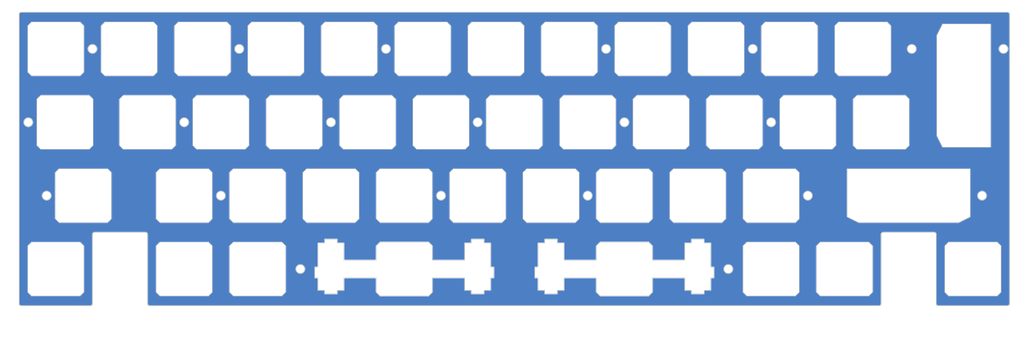
<source format=kicad_pcb>
(kicad_pcb (version 20221018) (generator pcbnew)
  (layers (0 "F.Cu" signal) (31 "B.Cu" signal) (34 "B.Paste" user) (35 "F.Paste" user) (36 "B.SilkS" user "B.Silkscreen") (37 "F.SilkS" user "F.Silkscreen") (38 "B.Mask" user) (39 "F.Mask" user) (44 "Edge.Cuts" user))
  (net 0 "")
  (net 1 "GND")
  (footprint "cipulot_parts:ecs_plate_cut_1U" (layer "F.Cu") (at 26.9875 91.28125)
    (fp_text reference "REF**")
    (fp_text value "Value " hide)
    (fp_line (start -7.3 -6) (end -7.3 6) (stroke (width 0.12)) (layer "Edge.Cuts"))
    (fp_line (start -7.3 6) (end -6.3 7) (stroke (width 0.12)) (layer "Edge.Cuts"))
    (fp_line (start -6.3 -7) (end -7.3 -6) (stroke (width 0.12)) (layer "Edge.Cuts"))
    (fp_line (start -6.3 7) (end 6.3 7) (stroke (width 0.12)) (layer "Edge.Cuts"))
    (fp_line (start 6.3 -7) (end -6.3 -7) (stroke (width 0.12)) (layer "Edge.Cuts"))
    (fp_line (start 6.3 -7) (end 7.3 -6) (stroke (width 0.12)) (layer "Edge.Cuts"))
    (fp_line (start 6.3 7) (end 7.3 6) (stroke (width 0.12)) (layer "Edge.Cuts"))
    (fp_line (start 7.3 6) (end 7.3 -6) (stroke (width 0.12)) (layer "Edge.Cuts"))
  )
  (footprint "cipulot_parts:ecs_plate_cut_1U" (layer "F.Cu") (at 136.525 72.23125)
    (fp_text reference "REF**")
    (fp_text value "Value " hide)
    (fp_line (start -7.3 -6) (end -7.3 6) (stroke (width 0.12)) (layer "Edge.Cuts"))
    (fp_line (start -7.3 6) (end -6.3 7) (stroke (width 0.12)) (layer "Edge.Cuts"))
    (fp_line (start -6.3 -7) (end -7.3 -6) (stroke (width 0.12)) (layer "Edge.Cuts"))
    (fp_line (start -6.3 7) (end 6.3 7) (stroke (width 0.12)) (layer "Edge.Cuts"))
    (fp_line (start 6.3 -7) (end -6.3 -7) (stroke (width 0.12)) (layer "Edge.Cuts"))
    (fp_line (start 6.3 -7) (end 7.3 -6) (stroke (width 0.12)) (layer "Edge.Cuts"))
    (fp_line (start 6.3 7) (end 7.3 6) (stroke (width 0.12)) (layer "Edge.Cuts"))
    (fp_line (start 7.3 6) (end 7.3 -6) (stroke (width 0.12)) (layer "Edge.Cuts"))
  )
  (footprint "cipulot_parts:ecs_plate_cut_1U" (layer "F.Cu") (at 146.05 53.18125)
    (fp_text reference "REF**")
    (fp_text value "Value " hide)
    (fp_line (start -7.3 -6) (end -7.3 6) (stroke (width 0.12)) (layer "Edge.Cuts"))
    (fp_line (start -7.3 6) (end -6.3 7) (stroke (width 0.12)) (layer "Edge.Cuts"))
    (fp_line (start -6.3 -7) (end -7.3 -6) (stroke (width 0.12)) (layer "Edge.Cuts"))
    (fp_line (start -6.3 7) (end 6.3 7) (stroke (width 0.12)) (layer "Edge.Cuts"))
    (fp_line (start 6.3 -7) (end -6.3 -7) (stroke (width 0.12)) (layer "Edge.Cuts"))
    (fp_line (start 6.3 -7) (end 7.3 -6) (stroke (width 0.12)) (layer "Edge.Cuts"))
    (fp_line (start 6.3 7) (end 7.3 6) (stroke (width 0.12)) (layer "Edge.Cuts"))
    (fp_line (start 7.3 6) (end 7.3 -6) (stroke (width 0.12)) (layer "Edge.Cuts"))
  )
  (footprint "cipulot_parts:ecs_plate_cut_1U" (layer "F.Cu") (at 46.0375 34.13125)
    (fp_text reference "REF**")
    (fp_text value "Value " hide)
    (fp_line (start -7.3 -6) (end -7.3 6) (stroke (width 0.12)) (layer "Edge.Cuts"))
    (fp_line (start -7.3 6) (end -6.3 7) (stroke (width 0.12)) (layer "Edge.Cuts"))
    (fp_line (start -6.3 -7) (end -7.3 -6) (stroke (width 0.12)) (layer "Edge.Cuts"))
    (fp_line (start -6.3 7) (end 6.3 7) (stroke (width 0.12)) (layer "Edge.Cuts"))
    (fp_line (start 6.3 -7) (end -6.3 -7) (stroke (width 0.12)) (layer "Edge.Cuts"))
    (fp_line (start 6.3 -7) (end 7.3 -6) (stroke (width 0.12)) (layer "Edge.Cuts"))
    (fp_line (start 6.3 7) (end 7.3 6) (stroke (width 0.12)) (layer "Edge.Cuts"))
    (fp_line (start 7.3 6) (end 7.3 -6) (stroke (width 0.12)) (layer "Edge.Cuts"))
  )
  (footprint "cipulot_parts:ecs_plate_cut_1U" (layer "F.Cu") (at 231.775 91.28125)
    (fp_text reference "REF**")
    (fp_text value "Value " hide)
    (fp_line (start -7.3 -6) (end -7.3 6) (stroke (width 0.12)) (layer "Edge.Cuts"))
    (fp_line (start -7.3 6) (end -6.3 7) (stroke (width 0.12)) (layer "Edge.Cuts"))
    (fp_line (start -6.3 -7) (end -7.3 -6) (stroke (width 0.12)) (layer "Edge.Cuts"))
    (fp_line (start -6.3 7) (end 6.3 7) (stroke (width 0.12)) (layer "Edge.Cuts"))
    (fp_line (start 6.3 -7) (end -6.3 -7) (stroke (width 0.12)) (layer "Edge.Cuts"))
    (fp_line (start 6.3 -7) (end 7.3 -6) (stroke (width 0.12)) (layer "Edge.Cuts"))
    (fp_line (start 6.3 7) (end 7.3 6) (stroke (width 0.12)) (layer "Edge.Cuts"))
    (fp_line (start 7.3 6) (end 7.3 -6) (stroke (width 0.12)) (layer "Edge.Cuts"))
  )
  (footprint "cipulot_parts:ecs_plate_cut_1U" (layer "F.Cu") (at 79.375 72.23125)
    (fp_text reference "REF**")
    (fp_text value "Value " hide)
    (fp_line (start -7.3 -6) (end -7.3 6) (stroke (width 0.12)) (layer "Edge.Cuts"))
    (fp_line (start -7.3 6) (end -6.3 7) (stroke (width 0.12)) (layer "Edge.Cuts"))
    (fp_line (start -6.3 -7) (end -7.3 -6) (stroke (width 0.12)) (layer "Edge.Cuts"))
    (fp_line (start -6.3 7) (end 6.3 7) (stroke (width 0.12)) (layer "Edge.Cuts"))
    (fp_line (start 6.3 -7) (end -6.3 -7) (stroke (width 0.12)) (layer "Edge.Cuts"))
    (fp_line (start 6.3 -7) (end 7.3 -6) (stroke (width 0.12)) (layer "Edge.Cuts"))
    (fp_line (start 6.3 7) (end 7.3 6) (stroke (width 0.12)) (layer "Edge.Cuts"))
    (fp_line (start 7.3 6) (end 7.3 -6) (stroke (width 0.12)) (layer "Edge.Cuts"))
  )
  (footprint "cipulot_parts:ecs_plate_cut_1U" (layer "F.Cu") (at 88.9 53.18125)
    (fp_text reference "REF**")
    (fp_text value "Value " hide)
    (fp_line (start -7.3 -6) (end -7.3 6) (stroke (width 0.12)) (layer "Edge.Cuts"))
    (fp_line (start -7.3 6) (end -6.3 7) (stroke (width 0.12)) (layer "Edge.Cuts"))
    (fp_line (start -6.3 -7) (end -7.3 -6) (stroke (width 0.12)) (layer "Edge.Cuts"))
    (fp_line (start -6.3 7) (end 6.3 7) (stroke (width 0.12)) (layer "Edge.Cuts"))
    (fp_line (start 6.3 -7) (end -6.3 -7) (stroke (width 0.12)) (layer "Edge.Cuts"))
    (fp_line (start 6.3 -7) (end 7.3 -6) (stroke (width 0.12)) (layer "Edge.Cuts"))
    (fp_line (start 6.3 7) (end 7.3 6) (stroke (width 0.12)) (layer "Edge.Cuts"))
    (fp_line (start 7.3 6) (end 7.3 -6) (stroke (width 0.12)) (layer "Edge.Cuts"))
  )
  (footprint "cipulot_parts:ecs_plate_cut_1U" (layer "F.Cu") (at 127 53.18125)
    (fp_text reference "REF**")
    (fp_text value "Value " hide)
    (fp_line (start -7.3 -6) (end -7.3 6) (stroke (width 0.12)) (layer "Edge.Cuts"))
    (fp_line (start -7.3 6) (end -6.3 7) (stroke (width 0.12)) (layer "Edge.Cuts"))
    (fp_line (start -6.3 -7) (end -7.3 -6) (stroke (width 0.12)) (layer "Edge.Cuts"))
    (fp_line (start -6.3 7) (end 6.3 7) (stroke (width 0.12)) (layer "Edge.Cuts"))
    (fp_line (start 6.3 -7) (end -6.3 -7) (stroke (width 0.12)) (layer "Edge.Cuts"))
    (fp_line (start 6.3 -7) (end 7.3 -6) (stroke (width 0.12)) (layer "Edge.Cuts"))
    (fp_line (start 6.3 7) (end 7.3 6) (stroke (width 0.12)) (layer "Edge.Cuts"))
    (fp_line (start 7.3 6) (end 7.3 -6) (stroke (width 0.12)) (layer "Edge.Cuts"))
  )
  (footprint "cipulot_parts:ecs_plate_cut_1U" (layer "F.Cu") (at 198.4375 34.13125)
    (fp_text reference "REF**")
    (fp_text value "Value " hide)
    (fp_line (start -7.3 -6) (end -7.3 6) (stroke (width 0.12)) (layer "Edge.Cuts"))
    (fp_line (start -7.3 6) (end -6.3 7) (stroke (width 0.12)) (layer "Edge.Cuts"))
    (fp_line (start -6.3 -7) (end -7.3 -6) (stroke (width 0.12)) (layer "Edge.Cuts"))
    (fp_line (start -6.3 7) (end 6.3 7) (stroke (width 0.12)) (layer "Edge.Cuts"))
    (fp_line (start 6.3 -7) (end -6.3 -7) (stroke (width 0.12)) (layer "Edge.Cuts"))
    (fp_line (start 6.3 -7) (end 7.3 -6) (stroke (width 0.12)) (layer "Edge.Cuts"))
    (fp_line (start 6.3 7) (end 7.3 6) (stroke (width 0.12)) (layer "Edge.Cuts"))
    (fp_line (start 7.3 6) (end 7.3 -6) (stroke (width 0.12)) (layer "Edge.Cuts"))
  )
  (footprint "cipulot_parts:ecs_plate_cut_1U" (layer "F.Cu") (at 203.2 53.18125)
    (fp_text reference "REF**")
    (fp_text value "Value " hide)
    (fp_line (start -7.3 -6) (end -7.3 6) (stroke (width 0.12)) (layer "Edge.Cuts"))
    (fp_line (start -7.3 6) (end -6.3 7) (stroke (width 0.12)) (layer "Edge.Cuts"))
    (fp_line (start -6.3 -7) (end -7.3 -6) (stroke (width 0.12)) (layer "Edge.Cuts"))
    (fp_line (start -6.3 7) (end 6.3 7) (stroke (width 0.12)) (layer "Edge.Cuts"))
    (fp_line (start 6.3 -7) (end -6.3 -7) (stroke (width 0.12)) (layer "Edge.Cuts"))
    (fp_line (start 6.3 -7) (end 7.3 -6) (stroke (width 0.12)) (layer "Edge.Cuts"))
    (fp_line (start 6.3 7) (end 7.3 6) (stroke (width 0.12)) (layer "Edge.Cuts"))
    (fp_line (start 7.3 6) (end 7.3 -6) (stroke (width 0.12)) (layer "Edge.Cuts"))
  )
  (footprint "cipulot_parts:ecs_plate_cut_1U" (layer "F.Cu") (at 165.1 53.18125)
    (fp_text reference "REF**")
    (fp_text value "Value " hide)
    (fp_line (start -7.3 -6) (end -7.3 6) (stroke (width 0.12)) (layer "Edge.Cuts"))
    (fp_line (start -7.3 6) (end -6.3 7) (stroke (width 0.12)) (layer "Edge.Cuts"))
    (fp_line (start -6.3 -7) (end -7.3 -6) (stroke (width 0.12)) (layer "Edge.Cuts"))
    (fp_line (start -6.3 7) (end 6.3 7) (stroke (width 0.12)) (layer "Edge.Cuts"))
    (fp_line (start 6.3 -7) (end -6.3 -7) (stroke (width 0.12)) (layer "Edge.Cuts"))
    (fp_line (start 6.3 -7) (end 7.3 -6) (stroke (width 0.12)) (layer "Edge.Cuts"))
    (fp_line (start 6.3 7) (end 7.3 6) (stroke (width 0.12)) (layer "Edge.Cuts"))
    (fp_line (start 7.3 6) (end 7.3 -6) (stroke (width 0.12)) (layer "Edge.Cuts"))
  )
  (footprint "cipulot_parts:ecs_plate_cut_1U" (layer "F.Cu") (at 217.4875 34.13125)
    (fp_text reference "REF**")
    (fp_text value "Value " hide)
    (fp_line (start -7.3 -6) (end -7.3 6) (stroke (width 0.12)) (layer "Edge.Cuts"))
    (fp_line (start -7.3 6) (end -6.3 7) (stroke (width 0.12)) (layer "Edge.Cuts"))
    (fp_line (start -6.3 -7) (end -7.3 -6) (stroke (width 0.12)) (layer "Edge.Cuts"))
    (fp_line (start -6.3 7) (end 6.3 7) (stroke (width 0.12)) (layer "Edge.Cuts"))
    (fp_line (start 6.3 -7) (end -6.3 -7) (stroke (width 0.12)) (layer "Edge.Cuts"))
    (fp_line (start 6.3 -7) (end 7.3 -6) (stroke (width 0.12)) (layer "Edge.Cuts"))
    (fp_line (start 6.3 7) (end 7.3 6) (stroke (width 0.12)) (layer "Edge.Cuts"))
    (fp_line (start 7.3 6) (end 7.3 -6) (stroke (width 0.12)) (layer "Edge.Cuts"))
  )
  (footprint "cipulot_parts:ecs_plate_cut_1U" (layer "F.Cu") (at 117.475 72.23125)
    (fp_text reference "REF**")
    (fp_text value "Value " hide)
    (fp_line (start -7.3 -6) (end -7.3 6) (stroke (width 0.12)) (layer "Edge.Cuts"))
    (fp_line (start -7.3 6) (end -6.3 7) (stroke (width 0.12)) (layer "Edge.Cuts"))
    (fp_line (start -6.3 -7) (end -7.3 -6) (stroke (width 0.12)) (layer "Edge.Cuts"))
    (fp_line (start -6.3 7) (end 6.3 7) (stroke (width 0.12)) (layer "Edge.Cuts"))
    (fp_line (start 6.3 -7) (end -6.3 -7) (stroke (width 0.12)) (layer "Edge.Cuts"))
    (fp_line (start 6.3 -7) (end 7.3 -6) (stroke (width 0.12)) (layer "Edge.Cuts"))
    (fp_line (start 6.3 7) (end 7.3 6) (stroke (width 0.12)) (layer "Edge.Cuts"))
    (fp_line (start 7.3 6) (end 7.3 -6) (stroke (width 0.12)) (layer "Edge.Cuts"))
  )
  (footprint "cipulot_parts:ecs_plate_cut_1U" (layer "F.Cu") (at 84.137501 34.13125)
    (fp_text reference "REF**")
    (fp_text value "Value " hide)
    (fp_line (start -7.3 -6) (end -7.3 6) (stroke (width 0.12)) (layer "Edge.Cuts"))
    (fp_line (start -7.3 6) (end -6.3 7) (stroke (width 0.12)) (layer "Edge.Cuts"))
    (fp_line (start -6.3 -7) (end -7.3 -6) (stroke (width 0.12)) (layer "Edge.Cuts"))
    (fp_line (start -6.3 7) (end 6.3 7) (stroke (width 0.12)) (layer "Edge.Cuts"))
    (fp_line (start 6.3 -7) (end -6.3 -7) (stroke (width 0.12)) (layer "Edge.Cuts"))
    (fp_line (start 6.3 -7) (end 7.3 -6) (stroke (width 0.12)) (layer "Edge.Cuts"))
    (fp_line (start 6.3 7) (end 7.3 6) (stroke (width 0.12)) (layer "Edge.Cuts"))
    (fp_line (start 7.3 6) (end 7.3 -6) (stroke (width 0.12)) (layer "Edge.Cuts"))
  )
  (footprint "cipulot_parts:ecs_plate_cut_1U" (layer "F.Cu") (at 34.13125 72.23125)
    (fp_text reference "REF**")
    (fp_text value "Value " hide)
    (fp_line (start -7.3 -6) (end -7.3 6) (stroke (width 0.12)) (layer "Edge.Cuts"))
    (fp_line (start -7.3 6) (end -6.3 7) (stroke (width 0.12)) (layer "Edge.Cuts"))
    (fp_line (start -6.3 -7) (end -7.3 -6) (stroke (width 0.12)) (layer "Edge.Cuts"))
    (fp_line (start -6.3 7) (end 6.3 7) (stroke (width 0.12)) (layer "Edge.Cuts"))
    (fp_line (start 6.3 -7) (end -6.3 -7) (stroke (width 0.12)) (layer "Edge.Cuts"))
    (fp_line (start 6.3 -7) (end 7.3 -6) (stroke (width 0.12)) (layer "Edge.Cuts"))
    (fp_line (start 6.3 7) (end 7.3 6) (stroke (width 0.12)) (layer "Edge.Cuts"))
    (fp_line (start 7.3 6) (end 7.3 -6) (stroke (width 0.12)) (layer "Edge.Cuts"))
  )
  (footprint "cipulot_parts:ecs_plate_cut_1U" (layer "F.Cu") (at 155.575 72.23125)
    (fp_text reference "REF**")
    (fp_text value "Value " hide)
    (fp_line (start -7.3 -6) (end -7.3 6) (stroke (width 0.12)) (layer "Edge.Cuts"))
    (fp_line (start -7.3 6) (end -6.3 7) (stroke (width 0.12)) (layer "Edge.Cuts"))
    (fp_line (start -6.3 -7) (end -7.3 -6) (stroke (width 0.12)) (layer "Edge.Cuts"))
    (fp_line (start -6.3 7) (end 6.3 7) (stroke (width 0.12)) (layer "Edge.Cuts"))
    (fp_line (start 6.3 -7) (end -6.3 -7) (stroke (width 0.12)) (layer "Edge.Cuts"))
    (fp_line (start 6.3 -7) (end 7.3 -6) (stroke (width 0.12)) (layer "Edge.Cuts"))
    (fp_line (start 6.3 7) (end 7.3 6) (stroke (width 0.12)) (layer "Edge.Cuts"))
    (fp_line (start 7.3 6) (end 7.3 -6) (stroke (width 0.12)) (layer "Edge.Cuts"))
  )
  (footprint "cipulot_parts:ecs_plate_cut_1U" (layer "F.Cu") (at 60.325 72.23125)
    (fp_text reference "REF**")
    (fp_text value "Value " hide)
    (fp_line (start -7.3 -6) (end -7.3 6) (stroke (width 0.12)) (layer "Edge.Cuts"))
    (fp_line (start -7.3 6) (end -6.3 7) (stroke (width 0.12)) (layer "Edge.Cuts"))
    (fp_line (start -6.3 -7) (end -7.3 -6) (stroke (width 0.12)) (layer "Edge.Cuts"))
    (fp_line (start -6.3 7) (end 6.3 7) (stroke (width 0.12)) (layer "Edge.Cuts"))
    (fp_line (start 6.3 -7) (end -6.3 -7) (stroke (width 0.12)) (layer "Edge.Cuts"))
    (fp_line (start 6.3 -7) (end 7.3 -6) (stroke (width 0.12)) (layer "Edge.Cuts"))
    (fp_line (start 6.3 7) (end 7.3 6) (stroke (width 0.12)) (layer "Edge.Cuts"))
    (fp_line (start 7.3 6) (end 7.3 -6) (stroke (width 0.12)) (layer "Edge.Cuts"))
  )
  (footprint "cipulot_parts:ecs_plate_cut_1U" (layer "F.Cu") (at 50.8 53.18125)
    (fp_text reference "REF**")
    (fp_text value "Value " hide)
    (fp_line (start -7.3 -6) (end -7.3 6) (stroke (width 0.12)) (layer "Edge.Cuts"))
    (fp_line (start -7.3 6) (end -6.3 7) (stroke (width 0.12)) (layer "Edge.Cuts"))
    (fp_line (start -6.3 -7) (end -7.3 -6) (stroke (width 0.12)) (layer "Edge.Cuts"))
    (fp_line (start -6.3 7) (end 6.3 7) (stroke (width 0.12)) (layer "Edge.Cuts"))
    (fp_line (start 6.3 -7) (end -6.3 -7) (stroke (width 0.12)) (layer "Edge.Cuts"))
    (fp_line (start 6.3 -7) (end 7.3 -6) (stroke (width 0.12)) (layer "Edge.Cuts"))
    (fp_line (start 6.3 7) (end 7.3 6) (stroke (width 0.12)) (layer "Edge.Cuts"))
    (fp_line (start 7.3 6) (end 7.3 -6) (stroke (width 0.12)) (layer "Edge.Cuts"))
  )
  (footprint "cipulot_parts:ecs_plate_cut_1U" (layer "F.Cu") (at 107.95 53.18125)
    (fp_text reference "REF**")
    (fp_text value "Value " hide)
    (fp_line (start -7.3 -6) (end -7.3 6) (stroke (width 0.12)) (layer "Edge.Cuts"))
    (fp_line (start -7.3 6) (end -6.3 7) (stroke (width 0.12)) (layer "Edge.Cuts"))
    (fp_line (start -6.3 -7) (end -7.3 -6) (stroke (width 0.12)) (layer "Edge.Cuts"))
    (fp_line (start -6.3 7) (end 6.3 7) (stroke (width 0.12)) (layer "Edge.Cuts"))
    (fp_line (start 6.3 -7) (end -6.3 -7) (stroke (width 0.12)) (layer "Edge.Cuts"))
    (fp_line (start 6.3 -7) (end 7.3 -6) (stroke (width 0.12)) (layer "Edge.Cuts"))
    (fp_line (start 6.3 7) (end 7.3 6) (stroke (width 0.12)) (layer "Edge.Cuts"))
    (fp_line (start 7.3 6) (end 7.3 -6) (stroke (width 0.12)) (layer "Edge.Cuts"))
  )
  (footprint "cipulot_parts:ecs_plate_cut_1U" (layer "F.Cu") (at 65.0875 34.13125)
    (fp_text reference "REF**")
    (fp_text value "Value " hide)
    (fp_line (start -7.3 -6) (end -7.3 6) (stroke (width 0.12)) (layer "Edge.Cuts"))
    (fp_line (start -7.3 6) (end -6.3 7) (stroke (width 0.12)) (layer "Edge.Cuts"))
    (fp_line (start -6.3 -7) (end -7.3 -6) (stroke (width 0.12)) (layer "Edge.Cuts"))
    (fp_line (start -6.3 7) (end 6.3 7) (stroke (width 0.12)) (layer "Edge.Cuts"))
    (fp_line (start 6.3 -7) (end -6.3 -7) (stroke (width 0.12)) (layer "Edge.Cuts"))
    (fp_line (start 6.3 -7) (end 7.3 -6) (stroke (width 0.12)) (layer "Edge.Cuts"))
    (fp_line (start 6.3 7) (end 7.3 6) (stroke (width 0.12)) (layer "Edge.Cuts"))
    (fp_line (start 7.3 6) (end 7.3 -6) (stroke (width 0.12)) (layer "Edge.Cuts"))
  )
  (footprint "cipulot_parts:ecs_plate_cut_1U" (layer "F.Cu") (at 141.2875 34.13125)
    (fp_text reference "REF**")
    (fp_text value "Value " hide)
    (fp_line (start -7.3 -6) (end -7.3 6) (stroke (width 0.12)) (layer "Edge.Cuts"))
    (fp_line (start -7.3 6) (end -6.3 7) (stroke (width 0.12)) (layer "Edge.Cuts"))
    (fp_line (start -6.3 -7) (end -7.3 -6) (stroke (width 0.12)) (layer "Edge.Cuts"))
    (fp_line (start -6.3 7) (end 6.3 7) (stroke (width 0.12)) (layer "Edge.Cuts"))
    (fp_line (start 6.3 -7) (end -6.3 -7) (stroke (width 0.12)) (layer "Edge.Cuts"))
    (fp_line (start 6.3 -7) (end 7.3 -6) (stroke (width 0.12)) (layer "Edge.Cuts"))
    (fp_line (start 6.3 7) (end 7.3 6) (stroke (width 0.12)) (layer "Edge.Cuts"))
    (fp_line (start 7.3 6) (end 7.3 -6) (stroke (width 0.12)) (layer "Edge.Cuts"))
  )
  (footprint "cipulot_parts:ecs_plate_cut_1U" (layer "F.Cu") (at 29.36875 53.18125)
    (fp_text reference "REF**")
    (fp_text value "Value " hide)
    (fp_line (start -7.3 -6) (end -7.3 6) (stroke (width 0.12)) (layer "Edge.Cuts"))
    (fp_line (start -7.3 6) (end -6.3 7) (stroke (width 0.12)) (layer "Edge.Cuts"))
    (fp_line (start -6.3 -7) (end -7.3 -6) (stroke (width 0.12)) (layer "Edge.Cuts"))
    (fp_line (start -6.3 7) (end 6.3 7) (stroke (width 0.12)) (layer "Edge.Cuts"))
    (fp_line (start 6.3 -7) (end -6.3 -7) (stroke (width 0.12)) (layer "Edge.Cuts"))
    (fp_line (start 6.3 -7) (end 7.3 -6) (stroke (width 0.12)) (layer "Edge.Cuts"))
    (fp_line (start 6.3 7) (end 7.3 6) (stroke (width 0.12)) (layer "Edge.Cuts"))
    (fp_line (start 7.3 6) (end 7.3 -6) (stroke (width 0.12)) (layer "Edge.Cuts"))
  )
  (footprint "cipulot_parts:ecs_plate_cut_1U" (layer "F.Cu") (at 160.3375 34.13125)
    (fp_text reference "REF**")
    (fp_text value "Value " hide)
    (fp_line (start -7.3 -6) (end -7.3 6) (stroke (width 0.12)) (layer "Edge.Cuts"))
    (fp_line (start -7.3 6) (end -6.3 7) (stroke (width 0.12)) (layer "Edge.Cuts"))
    (fp_line (start -6.3 -7) (end -7.3 -6) (stroke (width 0.12)) (layer "Edge.Cuts"))
    (fp_line (start -6.3 7) (end 6.3 7) (stroke (width 0.12)) (layer "Edge.Cuts"))
    (fp_line (start 6.3 -7) (end -6.3 -7) (stroke (width 0.12)) (layer "Edge.Cuts"))
    (fp_line (start 6.3 -7) (end 7.3 -6) (stroke (width 0.12)) (layer "Edge.Cuts"))
    (fp_line (start 6.3 7) (end 7.3 6) (stroke (width 0.12)) (layer "Edge.Cuts"))
    (fp_line (start 7.3 6) (end 7.3 -6) (stroke (width 0.12)) (layer "Edge.Cuts"))
  )
  (footprint "cipulot_parts:ecs_plate_cut_1U" (layer "F.Cu") (at 79.375 91.28125)
    (fp_text reference "REF**")
    (fp_text value "Value " hide)
    (fp_line (start -7.3 -6) (end -7.3 6) (stroke (width 0.12)) (layer "Edge.Cuts"))
    (fp_line (start -7.3 6) (end -6.3 7) (stroke (width 0.12)) (layer "Edge.Cuts"))
    (fp_line (start -6.3 -7) (end -7.3 -6) (stroke (width 0.12)) (layer "Edge.Cuts"))
    (fp_line (start -6.3 7) (end 6.3 7) (stroke (width 0.12)) (layer "Edge.Cuts"))
    (fp_line (start 6.3 -7) (end -6.3 -7) (stroke (width 0.12)) (layer "Edge.Cuts"))
    (fp_line (start 6.3 -7) (end 7.3 -6) (stroke (width 0.12)) (layer "Edge.Cuts"))
    (fp_line (start 6.3 7) (end 7.3 6) (stroke (width 0.12)) (layer "Edge.Cuts"))
    (fp_line (start 7.3 6) (end 7.3 -6) (stroke (width 0.12)) (layer "Edge.Cuts"))
  )
  (footprint "cipulot_parts:ecs_plate_cut_1U" (layer "F.Cu") (at 122.2375 34.13125)
    (fp_text reference "REF**")
    (fp_text value "Value " hide)
    (fp_line (start -7.3 -6) (end -7.3 6) (stroke (width 0.12)) (layer "Edge.Cuts"))
    (fp_line (start -7.3 6) (end -6.3 7) (stroke (width 0.12)) (layer "Edge.Cuts"))
    (fp_line (start -6.3 -7) (end -7.3 -6) (stroke (width 0.12)) (layer "Edge.Cuts"))
    (fp_line (start -6.3 7) (end 6.3 7) (stroke (width 0.12)) (layer "Edge.Cuts"))
    (fp_line (start 6.3 -7) (end -6.3 -7) (stroke (width 0.12)) (layer "Edge.Cuts"))
    (fp_line (start 6.3 -7) (end 7.3 -6) (stroke (width 0.12)) (layer "Edge.Cuts"))
    (fp_line (start 6.3 7) (end 7.3 6) (stroke (width 0.12)) (layer "Edge.Cuts"))
    (fp_line (start 7.3 6) (end 7.3 -6) (stroke (width 0.12)) (layer "Edge.Cuts"))
  )
  (footprint "cipulot_parts:ecs_plate_cut_1U" (layer "F.Cu") (at 212.725 72.23125)
    (fp_text reference "REF**")
    (fp_text value "Value " hide)
    (fp_line (start -7.3 -6) (end -7.3 6) (stroke (width 0.12)) (layer "Edge.Cuts"))
    (fp_line (start -7.3 6) (end -6.3 7) (stroke (width 0.12)) (layer "Edge.Cuts"))
    (fp_line (start -6.3 -7) (end -7.3 -6) (stroke (width 0.12)) (layer "Edge.Cuts"))
    (fp_line (start -6.3 7) (end 6.3 7) (stroke (width 0.12)) (layer "Edge.Cuts"))
    (fp_line (start 6.3 -7) (end -6.3 -7) (stroke (width 0.12)) (layer "Edge.Cuts"))
    (fp_line (start 6.3 -7) (end 7.3 -6) (stroke (width 0.12)) (layer "Edge.Cuts"))
    (fp_line (start 6.3 7) (end 7.3 6) (stroke (width 0.12)) (layer "Edge.Cuts"))
    (fp_line (start 7.3 6) (end 7.3 -6) (stroke (width 0.12)) (layer "Edge.Cuts"))
  )
  (footprint "cipulot_parts:ecs_plate_cut_1U" (layer "F.Cu") (at 69.85 53.18125)
    (fp_text reference "REF**")
    (fp_text value "Value " hide)
    (fp_line (start -7.3 -6) (end -7.3 6) (stroke (width 0.12)) (layer "Edge.Cuts"))
    (fp_line (start -7.3 6) (end -6.3 7) (stroke (width 0.12)) (layer "Edge.Cuts"))
    (fp_line (start -6.3 -7) (end -7.3 -6) (stroke (width 0.12)) (layer "Edge.Cuts"))
    (fp_line (start -6.3 7) (end 6.3 7) (stroke (width 0.12)) (layer "Edge.Cuts"))
    (fp_line (start 6.3 -7) (end -6.3 -7) (stroke (width 0.12)) (layer "Edge.Cuts"))
    (fp_line (start 6.3 -7) (end 7.3 -6) (stroke (width 0.12)) (layer "Edge.Cuts"))
    (fp_line (start 6.3 7) (end 7.3 6) (stroke (width 0.12)) (layer "Edge.Cuts"))
    (fp_line (start 7.3 6) (end 7.3 -6) (stroke (width 0.12)) (layer "Edge.Cuts"))
  )
  (footprint "cipulot_parts:ecs_plate_cut_1U" (layer "F.Cu") (at 212.725 91.28125)
    (fp_text reference "REF**")
    (fp_text value "Value " hide)
    (fp_line (start -7.3 -6) (end -7.3 6) (stroke (width 0.12)) (layer "Edge.Cuts"))
    (fp_line (start -7.3 6) (end -6.3 7) (stroke (width 0.12)) (layer "Edge.Cuts"))
    (fp_line (start -6.3 -7) (end -7.3 -6) (stroke (width 0.12)) (layer "Edge.Cuts"))
    (fp_line (start -6.3 7) (end 6.3 7) (stroke (width 0.12)) (layer "Edge.Cuts"))
    (fp_line (start 6.3 -7) (end -6.3 -7) (stroke (width 0.12)) (layer "Edge.Cuts"))
    (fp_line (start 6.3 -7) (end 7.3 -6) (stroke (width 0.12)) (layer "Edge.Cuts"))
    (fp_line (start 6.3 7) (end 7.3 6) (stroke (width 0.12)) (layer "Edge.Cuts"))
    (fp_line (start 7.3 6) (end 7.3 -6) (stroke (width 0.12)) (layer "Edge.Cuts"))
  )
  (footprint "cipulot_parts:ecs_plate_cut_2U" (layer "F.Cu") (at 248.44375 72.23125)
    (fp_text reference "REF**")
    (fp_text value "Value " hide)
    (fp_line (start -16 -7) (end 16 -7) (stroke (width 0.12)) (layer "Edge.Cuts"))
    (fp_line (start -16 0) (end -16 -7) (stroke (width 0.12)) (layer "Edge.Cuts"))
    (fp_line (start -16 0) (end -16 5.5) (stroke (width 0.12)) (layer "Edge.Cuts"))
    (fp_line (start -16 5.5) (end -13 7) (stroke (width 0.12)) (layer "Edge.Cuts"))
    (fp_line (start 13 7) (end -13 7) (stroke (width 0.12)) (layer "Edge.Cuts"))
    (fp_line (start 16 -7) (end 16 0) (stroke (width 0.12)) (layer "Edge.Cuts"))
    (fp_line (start 16 0) (end 16 5.5) (stroke (width 0.12)) (layer "Edge.Cuts"))
    (fp_line (start 16 5.5) (end 13 7) (stroke (width 0.12)) (layer "Edge.Cuts"))
  )
  (footprint "cipulot_parts:ecs_plate_cut_1U" (layer "F.Cu") (at 174.625 72.23125)
    (fp_text reference "REF**")
    (fp_text value "Value " hide)
    (fp_line (start -7.3 -6) (end -7.3 6) (stroke (width 0.12)) (layer "Edge.Cuts"))
    (fp_line (start -7.3 6) (end -6.3 7) (stroke (width 0.12)) (layer "Edge.Cuts"))
    (fp_line (start -6.3 -7) (end -7.3 -6) (stroke (width 0.12)) (layer "Edge.Cuts"))
    (fp_line (start -6.3 7) (end 6.3 7) (stroke (width 0.12)) (layer "Edge.Cuts"))
    (fp_line (start 6.3 -7) (end -6.3 -7) (stroke (width 0.12)) (layer "Edge.Cuts"))
    (fp_line (start 6.3 -7) (end 7.3 -6) (stroke (width 0.12)) (layer "Edge.Cuts"))
    (fp_line (start 6.3 7) (end 7.3 6) (stroke (width 0.12)) (layer "Edge.Cuts"))
    (fp_line (start 7.3 6) (end 7.3 -6) (stroke (width 0.12)) (layer "Edge.Cuts"))
  )
  (footprint "cipulot_parts:ecs_plate_cut_1U" (layer "F.Cu") (at 98.425 72.23125)
    (fp_text reference "REF**")
    (fp_text value "Value " hide)
    (fp_line (start -7.3 -6) (end -7.3 6) (stroke (width 0.12)) (layer "Edge.Cuts"))
    (fp_line (start -7.3 6) (end -6.3 7) (stroke (width 0.12)) (layer "Edge.Cuts"))
    (fp_line (start -6.3 -7) (end -7.3 -6) (stroke (width 0.12)) (layer "Edge.Cuts"))
    (fp_line (start -6.3 7) (end 6.3 7) (stroke (width 0.12)) (layer "Edge.Cuts"))
    (fp_line (start 6.3 -7) (end -6.3 -7) (stroke (width 0.12)) (layer "Edge.Cuts"))
    (fp_line (start 6.3 -7) (end 7.3 -6) (stroke (width 0.12)) (layer "Edge.Cuts"))
    (fp_line (start 6.3 7) (end 7.3 6) (stroke (width 0.12)) (layer "Edge.Cuts"))
    (fp_line (start 7.3 6) (end 7.3 -6) (stroke (width 0.12)) (layer "Edge.Cuts"))
  )
  (footprint "cipulot_parts:ecs_plate_cut_1U" (layer "F.Cu") (at 222.25 53.18125)
    (fp_text reference "REF**")
    (fp_text value "Value " hide)
    (fp_line (start -7.3 -6) (end -7.3 6) (stroke (width 0.12)) (layer "Edge.Cuts"))
    (fp_line (start -7.3 6) (end -6.3 7) (stroke (width 0.12)) (layer "Edge.Cuts"))
    (fp_line (start -6.3 -7) (end -7.3 -6) (stroke (width 0.12)) (layer "Edge.Cuts"))
    (fp_line (start -6.3 7) (end 6.3 7) (stroke (width 0.12)) (layer "Edge.Cuts"))
    (fp_line (start 6.3 -7) (end -6.3 -7) (stroke (width 0.12)) (layer "Edge.Cuts"))
    (fp_line (start 6.3 -7) (end 7.3 -6) (stroke (width 0.12)) (layer "Edge.Cuts"))
    (fp_line (start 6.3 7) (end 7.3 6) (stroke (width 0.12)) (layer "Edge.Cuts"))
    (fp_line (start 7.3 6) (end 7.3 -6) (stroke (width 0.12)) (layer "Edge.Cuts"))
  )
  (footprint "cipulot_parts:ecs_plate_cut_1U" (layer "F.Cu") (at 236.5375 34.13125)
    (fp_text reference "REF**")
    (fp_text value "Value " hide)
    (fp_line (start -7.3 -6) (end -7.3 6) (stroke (width 0.12)) (layer "Edge.Cuts"))
    (fp_line (start -7.3 6) (end -6.3 7) (stroke (width 0.12)) (layer "Edge.Cuts"))
    (fp_line (start -6.3 -7) (end -7.3 -6) (stroke (width 0.12)) (layer "Edge.Cuts"))
    (fp_line (start -6.3 7) (end 6.3 7) (stroke (width 0.12)) (layer "Edge.Cuts"))
    (fp_line (start 6.3 -7) (end -6.3 -7) (stroke (width 0.12)) (layer "Edge.Cuts"))
    (fp_line (start 6.3 -7) (end 7.3 -6) (stroke (width 0.12)) (layer "Edge.Cuts"))
    (fp_line (start 6.3 7) (end 7.3 6) (stroke (width 0.12)) (layer "Edge.Cuts"))
    (fp_line (start 7.3 6) (end 7.3 -6) (stroke (width 0.12)) (layer "Edge.Cuts"))
  )
  (footprint "cipulot_parts:ecs_plate_cut_1U" (layer "F.Cu") (at 193.675 72.23125)
    (fp_text reference "REF**")
    (fp_text value "Value " hide)
    (fp_line (start -7.3 -6) (end -7.3 6) (stroke (width 0.12)) (layer "Edge.Cuts"))
    (fp_line (start -7.3 6) (end -6.3 7) (stroke (width 0.12)) (layer "Edge.Cuts"))
    (fp_line (start -6.3 -7) (end -7.3 -6) (stroke (width 0.12)) (layer "Edge.Cuts"))
    (fp_line (start -6.3 7) (end 6.3 7) (stroke (width 0.12)) (layer "Edge.Cuts"))
    (fp_line (start 6.3 -7) (end -6.3 -7) (stroke (width 0.12)) (layer "Edge.Cuts"))
    (fp_line (start 6.3 -7) (end 7.3 -6) (stroke (width 0.12)) (layer "Edge.Cuts"))
    (fp_line (start 6.3 7) (end 7.3 6) (stroke (width 0.12)) (layer "Edge.Cuts"))
    (fp_line (start 7.3 6) (end 7.3 -6) (stroke (width 0.12)) (layer "Edge.Cuts"))
  )
  (footprint "cipulot_parts:ecs_plate_cut_1U" (layer "F.Cu") (at 103.1875 34.13125)
    (fp_text reference "REF**")
    (fp_text value "Value " hide)
    (fp_line (start -7.3 -6) (end -7.3 6) (stroke (width 0.12)) (layer "Edge.Cuts"))
    (fp_line (start -7.3 6) (end -6.3 7) (stroke (width 0.12)) (layer "Edge.Cuts"))
    (fp_line (start -6.3 -7) (end -7.3 -6) (stroke (width 0.12)) (layer "Edge.Cuts"))
    (fp_line (start -6.3 7) (end 6.3 7) (stroke (width 0.12)) (layer "Edge.Cuts"))
    (fp_line (start 6.3 -7) (end -6.3 -7) (stroke (width 0.12)) (layer "Edge.Cuts"))
    (fp_line (start 6.3 -7) (end 7.3 -6) (stroke (width 0.12)) (layer "Edge.Cuts"))
    (fp_line (start 6.3 7) (end 7.3 6) (stroke (width 0.12)) (layer "Edge.Cuts"))
    (fp_line (start 7.3 6) (end 7.3 -6) (stroke (width 0.12)) (layer "Edge.Cuts"))
  )
  (footprint "cipulot_parts:ecs_plate_cut_1U" (layer "F.Cu") (at 184.15 53.18125)
    (fp_text reference "REF**")
    (fp_text value "Value " hide)
    (fp_line (start -7.3 -6) (end -7.3 6) (stroke (width 0.12)) (layer "Edge.Cuts"))
    (fp_line (start -7.3 6) (end -6.3 7) (stroke (width 0.12)) (layer "Edge.Cuts"))
    (fp_line (start -6.3 -7) (end -7.3 -6) (stroke (width 0.12)) (layer "Edge.Cuts"))
    (fp_line (start -6.3 7) (end 6.3 7) (stroke (width 0.12)) (layer "Edge.Cuts"))
    (fp_line (start 6.3 -7) (end -6.3 -7) (stroke (width 0.12)) (layer "Edge.Cuts"))
    (fp_line (start 6.3 -7) (end 7.3 -6) (stroke (width 0.12)) (layer "Edge.Cuts"))
    (fp_line (start 6.3 7) (end 7.3 6) (stroke (width 0.12)) (layer "Edge.Cuts"))
    (fp_line (start 7.3 6) (end 7.3 -6) (stroke (width 0.12)) (layer "Edge.Cuts"))
  )
  (footprint "cipulot_parts:ecs_plate_cut_1U" (layer "F.Cu") (at 179.3875 34.13125)
    (fp_text reference "REF**")
    (fp_text value "Value " hide)
    (fp_line (start -7.3 -6) (end -7.3 6) (stroke (width 0.12)) (layer "Edge.Cuts"))
    (fp_line (start -7.3 6) (end -6.3 7) (stroke (width 0.12)) (layer "Edge.Cuts"))
    (fp_line (start -6.3 -7) (end -7.3 -6) (stroke (width 0.12)) (layer "Edge.Cuts"))
    (fp_line (start -6.3 7) (end 6.3 7) (stroke (width 0.12)) (layer "Edge.Cuts"))
    (fp_line (start 6.3 -7) (end -6.3 -7) (stroke (width 0.12)) (layer "Edge.Cuts"))
    (fp_line (start 6.3 -7) (end 7.3 -6) (stroke (width 0.12)) (layer "Edge.Cuts"))
    (fp_line (start 6.3 7) (end 7.3 6) (stroke (width 0.12)) (layer "Edge.Cuts"))
    (fp_line (start 7.3 6) (end 7.3 -6) (stroke (width 0.12)) (layer "Edge.Cuts"))
  )
  (footprint "cipulot_parts:ecs_plate_cut_1U" (layer "F.Cu") (at 265.1125 91.28125)
    (fp_text reference "REF**")
    (fp_text value "Value " hide)
    (fp_line (start -7.3 -6) (end -7.3 6) (stroke (width 0.12)) (layer "Edge.Cuts"))
    (fp_line (start -7.3 6) (end -6.3 7) (stroke (width 0.12)) (layer "Edge.Cuts"))
    (fp_line (start -6.3 -7) (end -7.3 -6) (stroke (width 0.12)) (layer "Edge.Cuts"))
    (fp_line (start -6.3 7) (end 6.3 7) (stroke (width 0.12)) (layer "Edge.Cuts"))
    (fp_line (start 6.3 -7) (end -6.3 -7) (stroke (width 0.12)) (layer "Edge.Cuts"))
    (fp_line (start 6.3 -7) (end 7.3 -6) (stroke (width 0.12)) (layer "Edge.Cuts"))
    (fp_line (start 6.3 7) (end 7.3 6) (stroke (width 0.12)) (layer "Edge.Cuts"))
    (fp_line (start 7.3 6) (end 7.3 -6) (stroke (width 0.12)) (layer "Edge.Cuts"))
  )
  (footprint "cipulot_parts:ecs_plate_cut_2U" (layer "F.Cu") (at 262.73125 43.65625 -90)
    (fp_text reference "REF**")
    (fp_text value "Value " hide)
    (fp_line (start -16 -7) (end 16 -7) (stroke (width 0.12)) (layer "Edge.Cuts"))
    (fp_line (start -16 0) (end -16 -7) (stroke (width 0.12)) (layer "Edge.Cuts"))
    (fp_line (start -16 0) (end -16 5.5) (stroke (width 0.12)) (layer "Edge.Cuts"))
    (fp_line (start -16 5.5) (end -13 7) (stroke (width 0.12)) (layer "Edge.Cuts"))
    (fp_line (start 13 7) (end -13 7) (stroke (width 0.12)) (layer "Edge.Cuts"))
    (fp_line (start 16 -7) (end 16 0) (stroke (width 0.12)) (layer "Edge.Cuts"))
    (fp_line (start 16 0) (end 16 5.5) (stroke (width 0.12)) (layer "Edge.Cuts"))
    (fp_line (start 16 5.5) (end 13 7) (stroke (width 0.12)) (layer "Edge.Cuts"))
  )
  (footprint "cipulot_parts:ecs_plate_cut_1U" (layer "F.Cu") (at 241.3 53.18125)
    (fp_text reference "REF**")
    (fp_text value "Value " hide)
    (fp_line (start -7.3 -6) (end -7.3 6) (stroke (width 0.12)) (layer "Edge.Cuts"))
    (fp_line (start -7.3 6) (end -6.3 7) (stroke (width 0.12)) (layer "Edge.Cuts"))
    (fp_line (start -6.3 -7) (end -7.3 -6) (stroke (width 0.12)) (layer "Edge.Cuts"))
    (fp_line (start -6.3 7) (end 6.3 7) (stroke (width 0.12)) (layer "Edge.Cuts"))
    (fp_line (start 6.3 -7) (end -6.3 -7) (stroke (width 0.12)) (layer "Edge.Cuts"))
    (fp_line (start 6.3 -7) (end 7.3 -6) (stroke (width 0.12)) (layer "Edge.Cuts"))
    (fp_line (start 6.3 7) (end 7.3 6) (stroke (width 0.12)) (layer "Edge.Cuts"))
    (fp_line (start 7.3 6) (end 7.3 -6) (stroke (width 0.12)) (layer "Edge.Cuts"))
  )
  (footprint "cipulot_parts:ecs_plate_cut_1U" (layer "F.Cu") (at 60.325 91.28125)
    (fp_text reference "REF**")
    (fp_text value "Value " hide)
    (fp_line (start -7.3 -6) (end -7.3 6) (stroke (width 0.12)) (layer "Edge.Cuts"))
    (fp_line (start -7.3 6) (end -6.3 7) (stroke (width 0.12)) (layer "Edge.Cuts"))
    (fp_line (start -6.3 -7) (end -7.3 -6) (stroke (width 0.12)) (layer "Edge.Cuts"))
    (fp_line (start -6.3 7) (end 6.3 7) (stroke (width 0.12)) (layer "Edge.Cuts"))
    (fp_line (start 6.3 -7) (end -6.3 -7) (stroke (width 0.12)) (layer "Edge.Cuts"))
    (fp_line (start 6.3 -7) (end 7.3 -6) (stroke (width 0.12)) (layer "Edge.Cuts"))
    (fp_line (start 6.3 7) (end 7.3 6) (stroke (width 0.12)) (layer "Edge.Cuts"))
    (fp_line (start 7.3 6) (end 7.3 -6) (stroke (width 0.12)) (layer "Edge.Cuts"))
  )
  (footprint "cipulot_parts:ecs_plate_cut_1U" (layer "F.Cu") (at 26.9875 34.13125)
    (fp_text reference "REF**")
    (fp_text value "Value " hide)
    (fp_line (start -7.3 -6) (end -7.3 6) (stroke (width 0.12)) (layer "Edge.Cuts"))
    (fp_line (start -7.3 6) (end -6.3 7) (stroke (width 0.12)) (layer "Edge.Cuts"))
    (fp_line (start -6.3 -7) (end -7.3 -6) (stroke (width 0.12)) (layer "Edge.Cuts"))
    (fp_line (start -6.3 7) (end 6.3 7) (stroke (width 0.12)) (layer "Edge.Cuts"))
    (fp_line (start 6.3 -7) (end -6.3 -7) (stroke (width 0.12)) (layer "Edge.Cuts"))
    (fp_line (start 6.3 -7) (end 7.3 -6) (stroke (width 0.12)) (layer "Edge.Cuts"))
    (fp_line (start 6.3 7) (end 7.3 6) (stroke (width 0.12)) (layer "Edge.Cuts"))
    (fp_line (start 7.3 6) (end 7.3 -6) (stroke (width 0.12)) (layer "Edge.Cuts"))
  )
  (gr_line (start 195.32515 83.53225) (end 192.02475 83.53225) (stroke (width 0.2)) (layer "Edge.Cuts"))
  (gr_line (start 152.20085 96.81225) (end 153.92485 96.81225) (stroke (width 0.2)) (layer "Edge.Cuts"))
  (gr_circle (center 24.60625 72.23125) (end 25.75625 72.23125) (stroke (width 0.2)) (fill none) (layer "Edge.Cuts"))
  (gr_line (start 181.926649 93.58162) (end 190.30085 93.58225) (stroke (width 0.2)) (layer "Edge.Cuts"))
  (gr_arc (start 50.3 81.75625) (mid 50.653553 81.902697) (end 50.8 82.25625) (stroke (width 0.2)) (layer "Edge.Cuts"))
  (gr_circle (center 249.2375 34.13125) (end 250.3875 34.13125) (stroke (width 0.2)) (fill none) (layer "Edge.Cuts"))
  (gr_circle (center 169.8625 34.13125) (end 171.0125 34.13125) (stroke (width 0.2)) (fill none) (layer "Edge.Cuts"))
  (gr_arc (start 241.3 100.30625) (mid 241.153553 100.659803) (end 240.8 100.80625) (stroke (width 0.2)) (layer "Edge.Cuts"))
  (gr_arc (start 241.3 82.25625) (mid 241.446447 81.902697) (end 241.8 81.75625) (stroke (width 0.2)) (layer "Edge.Cuts"))
  (gr_line (start 157.22515 84.51125) (end 157.22515 83.53225) (stroke (width 0.2)) (layer "Edge.Cuts"))
  (gr_line (start 17.4625 100.30625) (end 17.4625 25.10625) (stroke (width 0.2)) (layer "Edge.Cuts"))
  (gr_line (start 197.05045 90.78225) (end 197.05045 84.51125) (stroke (width 0.2)) (layer "Edge.Cuts"))
  (gr_line (start 138.17515 96.81225) (end 139.90045 96.81225) (stroke (width 0.2)) (layer "Edge.Cuts"))
  (gr_line (start 134.87475 97.73225) (end 138.17515 97.73225) (stroke (width 0.2)) (layer "Edge.Cuts"))
  (gr_line (start 96.77485 84.51125) (end 95.05085 84.51125) (stroke (width 0.2)) (layer "Edge.Cuts"))
  (gr_line (start 167.323351 88.98175) (end 158.95055 88.98225) (stroke (width 0.2)) (layer "Edge.Cuts"))
  (gr_line (start 180.925 98.28125) (end 181.925 97.28125) (stroke (width 0.2)) (layer "Edge.Cuts"))
  (gr_line (start 197.05045 93.58225) (end 197.87585 93.58225) (stroke (width 0.2)) (layer "Edge.Cuts"))
  (gr_line (start 153.92485 96.81225) (end 153.92485 97.73225) (stroke (width 0.2)) (layer "Edge.Cuts"))
  (gr_line (start 195.32515 97.73225) (end 195.32515 96.81225) (stroke (width 0.2)) (layer "Edge.Cuts"))
  (gr_line (start 139.90045 96.81225) (end 139.90045 93.58225) (stroke (width 0.2)) (layer "Edge.Cuts"))
  (gr_line (start 138.17515 84.51125) (end 138.17515 83.53225) (stroke (width 0.2)) (layer "Edge.Cuts"))
  (gr_line (start 94.22535 90.78225) (end 94.22535 93.58225) (stroke (width 0.2)) (layer "Edge.Cuts"))
  (gr_line (start 101.80055 96.81225) (end 101.80055 93.58225) (stroke (width 0.2)) (layer "Edge.Cuts"))
  (gr_line (start 181.926649 93.58162) (end 181.925 97.28125) (stroke (width 0.2)) (layer "Edge.Cuts"))
  (gr_line (start 50.3 81.75625) (end 37.0125 81.75625) (stroke (width 0.2)) (layer "Edge.Cuts"))
  (gr_line (start 139.90045 93.58225) (end 140.72585 93.58225) (stroke (width 0.2)) (layer "Edge.Cuts"))
  (gr_line (start 241.3 82.25625) (end 241.3 100.30625) (stroke (width 0.2)) (layer "Edge.Cuts"))
  (gr_line (start 180.925 84.28125) (end 181.925 85.28125) (stroke (width 0.2)) (layer "Edge.Cuts"))
  (gr_line (start 123.775 98.28125) (end 124.775 97.28125) (stroke (width 0.2)) (layer "Edge.Cuts"))
  (gr_line (start 100.07515 96.81225) (end 101.80055 96.81225) (stroke (width 0.2)) (layer "Edge.Cuts"))
  (gr_line (start 167.325 97.28125) (end 168.325 98.28125) (stroke (width 0.2)) (layer "Edge.Cuts"))
  (gr_line (start 111.175 84.28125) (end 110.175 85.28125) (stroke (width 0.2)) (layer "Edge.Cuts"))
  (gr_arc (start 17.9625 100.80625) (mid 17.608947 100.659803) (end 17.4625 100.30625) (stroke (width 0.2)) (layer "Edge.Cuts"))
  (gr_circle (center 60.325 53.18125) (end 61.475 53.18125) (stroke (width 0.2)) (fill none) (layer "Edge.Cuts"))
  (gr_line (start 167.325 85.28125) (end 167.323351 88.98175) (stroke (width 0.2)) (layer "Edge.Cuts"))
  (gr_line (start 152.20085 93.58225) (end 152.20085 96.81225) (stroke (width 0.2)) (layer "Edge.Cuts"))
  (gr_arc (start 274.6375 100.30625) (mid 274.491053 100.659803) (end 274.1375 100.80625) (stroke (width 0.2)) (layer "Edge.Cuts"))
  (gr_line (start 181.925 85.28125) (end 181.923351 88.98175) (stroke (width 0.2)) (layer "Edge.Cuts"))
  (gr_line (start 190.30085 84.51125) (end 190.30085 88.98225) (stroke (width 0.2)) (layer "Edge.Cuts"))
  (gr_circle (center 207.9625 34.13125) (end 209.1125 34.13125) (stroke (width 0.2)) (fill none) (layer "Edge.Cuts"))
  (gr_line (start 96.77485 83.53225) (end 96.77485 84.51125) (stroke (width 0.2)) (layer "Edge.Cuts"))
  (gr_line (start 134.87475 84.51125) (end 133.15085 84.51125) (stroke (width 0.2)) (layer "Edge.Cuts"))
  (gr_arc (start 274.1375 24.60625) (mid 274.491053 24.752697) (end 274.6375 25.10625) (stroke (width 0.2)) (layer "Edge.Cuts"))
  (gr_line (start 195.32515 96.81225) (end 197.05045 96.81225) (stroke (width 0.2)) (layer "Edge.Cuts"))
  (gr_line (start 101.80055 88.98225) (end 101.80055 84.51125) (stroke (width 0.2)) (layer "Edge.Cuts"))
  (gr_line (start 158.95055 96.81225) (end 158.95055 93.58225) (stroke (width 0.2)) (layer "Edge.Cuts"))
  (gr_circle (center 36.5125 34.13125) (end 37.6625 34.13125) (stroke (width 0.2)) (fill none) (layer "Edge.Cuts"))
  (gr_circle (center 212.725 53.18125) (end 213.875 53.18125) (stroke (width 0.2)) (fill none) (layer "Edge.Cuts"))
  (gr_line (start 96.77485 97.73225) (end 100.07515 97.73225) (stroke (width 0.2)) (layer "Edge.Cuts"))
  (gr_line (start 124.776649 93.58162) (end 124.775 97.28125) (stroke (width 0.2)) (layer "Edge.Cuts"))
  (gr_circle (center 127 72.23125) (end 128.15 72.23125) (stroke (width 0.2)) (fill none) (layer "Edge.Cuts"))
  (gr_arc (start 255.0875 81.75625) (mid 255.441053 81.902697) (end 255.5875 82.25625) (stroke (width 0.2)) (layer "Edge.Cuts"))
  (gr_circle (center 90.4875 91.28125) (end 91.6375 91.28125) (stroke (width 0.2)) (fill none) (layer "Edge.Cuts"))
  (gr_line (start 96.77485 96.81225) (end 96.77485 97.73225) (stroke (width 0.2)) (layer "Edge.Cuts"))
  (gr_circle (center 165.1 72.23125) (end 166.25 72.23125) (stroke (width 0.2)) (fill none) (layer "Edge.Cuts"))
  (gr_line (start 95.05085 84.51125) (end 95.05085 90.78225) (stroke (width 0.2)) (layer "Edge.Cuts"))
  (gr_line (start 151.37535 93.58225) (end 152.20085 93.58225) (stroke (width 0.2)) (layer "Edge.Cuts"))
  (gr_line (start 197.05045 96.81225) (end 197.05045 93.58225) (stroke (width 0.2)) (layer "Edge.Cuts"))
  (gr_line (start 240.8 100.80625) (end 51.3 100.80625) (stroke (width 0.2)) (layer "Edge.Cuts"))
  (gr_line (start 274.1375 100.80625) (end 256.0875 100.80625) (stroke (width 0.2)) (layer "Edge.Cuts"))
  (gr_arc (start 51.3 100.80625) (mid 50.946447 100.659803) (end 50.8 100.30625) (stroke (width 0.2)) (layer "Edge.Cuts"))
  (gr_line (start 255.0875 81.75625) (end 241.8 81.75625) (stroke (width 0.2)) (layer "Edge.Cuts"))
  (gr_line (start 140.72585 90.78225) (end 139.90045 90.78225) (stroke (width 0.2)) (layer "Edge.Cuts"))
  (gr_line (start 139.90045 84.51125) (end 138.17515 84.51125) (stroke (width 0.2)) (layer "Edge.Cuts"))
  (gr_line (start 110.176649 93.58162) (end 110.175 97.28125) (stroke (width 0.2)) (layer "Edge.Cuts"))
  (gr_line (start 36.0125 100.80625) (end 17.9625 100.80625) (stroke (width 0.2)) (layer "Edge.Cuts"))
  (gr_circle (center 222.25 72.23125) (end 223.4 72.23125) (stroke (width 0.2)) (fill none) (layer "Edge.Cuts"))
  (gr_line (start 158.95055 88.98225) (end 158.95055 84.51125) (stroke (width 0.2)) (layer "Edge.Cuts"))
  (gr_line (start 124.775 85.28125) (end 124.773351 88.98175) (stroke (width 0.2)) (layer "Edge.Cuts"))
  (gr_line (start 50.8 100.30625) (end 50.8 82.25625) (stroke (width 0.2)) (layer "Edge.Cuts"))
  (gr_line (start 100.07515 83.53225) (end 96.77485 83.53225) (stroke (width 0.2)) (layer "Edge.Cuts"))
  (gr_line (start 168.325 98.28125) (end 180.925 98.28125) (stroke (width 0.2)) (layer "Edge.Cuts"))
  (gr_line (start 111.175 84.28125) (end 123.775 84.28125) (stroke (width 0.2)) (layer "Edge.Cuts"))
  (gr_line (start 138.17515 83.53225) (end 134.87475 83.53225) (stroke (width 0.2)) (layer "Edge.Cuts"))
  (gr_line (start 133.15085 88.98225) (end 124.773351 88.98175) (stroke (width 0.2)) (layer "Edge.Cuts"))
  (gr_line (start 110.173351 88.98175) (end 101.80055 88.98225) (stroke (width 0.2)) (layer "Edge.Cuts"))
  (gr_line (start 95.05085 96.81225) (end 96.77485 96.81225) (stroke (width 0.2)) (layer "Edge.Cuts"))
  (gr_line (start 195.32515 84.51125) (end 195.32515 83.53225) (stroke (width 0.2)) (layer "Edge.Cuts"))
  (gr_line (start 197.87585 90.78225) (end 197.05045 90.78225) (stroke (width 0.2)) (layer "Edge.Cuts"))
  (gr_line (start 101.80055 93.58225) (end 110.176649 93.58162) (stroke (width 0.2)) (layer "Edge.Cuts"))
  (gr_circle (center 69.85 72.23125) (end 71 72.23125) (stroke (width 0.2)) (fill none) (layer "Edge.Cuts"))
  (gr_line (start 192.02475 96.81225) (end 192.02475 97.73225) (stroke (width 0.2)) (layer "Edge.Cuts"))
  (gr_line (start 151.37535 90.78225) (end 151.37535 93.58225) (stroke (width 0.2)) (layer "Edge.Cuts"))
  (gr_line (start 110.175 97.28125) (end 111.175 98.28125) (stroke (width 0.2)) (layer "Edge.Cuts"))
  (gr_line (start 138.17515 97.73225) (end 138.17515 96.81225) (stroke (width 0.2)) (layer "Edge.Cuts"))
  (gr_line (start 100.07515 84.51125) (end 100.07515 83.53225) (stroke (width 0.2)) (layer "Edge.Cuts"))
  (gr_line (start 157.22515 96.81225) (end 158.95055 96.81225) (stroke (width 0.2)) (layer "Edge.Cuts"))
  (gr_line (start 158.95055 84.51125) (end 157.22515 84.51125) (stroke (width 0.2)) (layer "Edge.Cuts"))
  (gr_line (start 153.92485 83.53225) (end 153.92485 84.51125) (stroke (width 0.2)) (layer "Edge.Cuts"))
  (gr_line (start 100.07515 97.73225) (end 100.07515 96.81225) (stroke (width 0.2)) (layer "Edge.Cuts"))
  (gr_line (start 192.02475 97.73225) (end 195.32515 97.73225) (stroke (width 0.2)) (layer "Edge.Cuts"))
  (gr_line (start 158.95055 93.58225) (end 167.326649 93.58162) (stroke (width 0.2)) (layer "Edge.Cuts"))
  (gr_line (start 133.15085 84.51125) (end 133.15085 88.98225) (stroke (width 0.2)) (layer "Edge.Cuts"))
  (gr_line (start 255.5875 100.30625) (end 255.5875 82.25625) (stroke (width 0.2)) (layer "Edge.Cuts"))
  (gr_circle (center 74.6125 34.13125) (end 75.7625 34.13125) (stroke (width 0.2)) (fill none) (layer "Edge.Cuts"))
  (gr_line (start 192.02475 83.53225) (end 192.02475 84.51125) (stroke (width 0.2)) (layer "Edge.Cuts"))
  (gr_line (start 140.72585 93.58225) (end 140.72585 90.78225) (stroke (width 0.2)) (layer "Edge.Cuts"))
  (gr_circle (center 201.6125 91.28125) (end 202.7625 91.28125) (stroke (width 0.2)) (fill none) (layer "Edge.Cuts"))
  (gr_circle (center 98.425 53.18125) (end 99.575 53.18125) (stroke (width 0.2)) (fill none) (layer "Edge.Cuts"))
  (gr_line (start 157.22515 83.53225) (end 153.92485 83.53225) (stroke (width 0.2)) (layer "Edge.Cuts"))
  (gr_arc (start 256.0875 100.80625) (mid 255.733947 100.659803) (end 255.5875 100.30625) (stroke (width 0.2)) (layer "Edge.Cuts"))
  (gr_line (start 36.5125 82.25625) (end 36.5125 100.30625) (stroke (width 0.2)) (layer "Edge.Cuts"))
  (gr_circle (center 267.49375 72.23125) (end 268.64375 72.23125) (stroke (width 0.2)) (fill none) (layer "Edge.Cuts"))
  (gr_circle (center 273.05 34.13125) (end 274.2 34.13125) (stroke (width 0.2)) (fill none) (layer "Edge.Cuts"))
  (gr_line (start 17.9625 24.60625) (end 274.1375 24.60625) (stroke (width 0.2)) (layer "Edge.Cuts"))
  (gr_line (start 157.22515 97.73225) (end 157.22515 96.81225) (stroke (width 0.2)) (layer "Edge.Cuts"))
  (gr_line (start 190.30085 93.58225) (end 190.30085 96.81225) (stroke (width 0.2)) (layer "Edge.Cuts"))
  (gr_circle (center 112.7125 34.13125) (end 113.8625 34.13125) (stroke (width 0.2)) (fill none) (layer "Edge.Cuts"))
  (gr_line (start 110.175 85.28125) (end 110.173351 88.98175) (stroke (width 0.2)) (layer "Edge.Cuts"))
  (gr_line (start 133.15085 96.81225) (end 134.87475 96.81225) (stroke (width 0.2)) (layer "Edge.Cuts"))
  (gr_line (start 168.325 84.28125) (end 180.925 84.28125) (stroke (width 0.2)) (layer "Edge.Cuts"))
  (gr_line (start 134.87475 83.53225) (end 134.87475 84.51125) (stroke (width 0.2)) (layer "Edge.Cuts"))
  (gr_line (start 94.22535 93.58225) (end 95.05085 93.58225) (stroke (width 0.2)) (layer "Edge.Cuts"))
  (gr_line (start 95.05085 90.78225) (end 94.22535 90.78225) (stroke (width 0.2)) (layer "Edge.Cuts"))
  (gr_circle (center 174.625 53.18125) (end 175.775 53.18125) (stroke (width 0.2)) (fill none) (layer "Edge.Cuts"))
  (gr_arc (start 17.4625 25.10625) (mid 17.608947 24.752697) (end 17.9625 24.60625) (stroke (width 0.2)) (layer "Edge.Cuts"))
  (gr_line (start 111.175 98.28125) (end 123.775 98.28125) (stroke (width 0.2)) (layer "Edge.Cuts"))
  (gr_line (start 152.20085 90.78225) (end 151.37535 90.78225) (stroke (width 0.2)) (layer "Edge.Cuts"))
  (gr_circle (center 136.525 53.18125) (end 137.675 53.18125) (stroke (width 0.2)) (fill none) (layer "Edge.Cuts"))
  (gr_line (start 167.326649 93.58162) (end 167.325 97.28125) (stroke (width 0.2)) (layer "Edge.Cuts"))
  (gr_circle (center 19.84375 53.18125) (end 20.99375 53.18125) (stroke (width 0.2)) (fill none) (layer "Edge.Cuts"))
  (gr_line (start 168.325 84.28125) (end 167.325 85.28125) (stroke (width 0.2)) (layer "Edge.Cuts"))
  (gr_line (start 192.02475 84.51125) (end 190.30085 84.51125) (stroke (width 0.2)) (layer "Edge.Cuts"))
  (gr_line (start 101.80055 84.51125) (end 100.07515 84.51125) (stroke (width 0.2)) (layer "Edge.Cuts"))
  (gr_line (start 123.775 84.28125) (end 124.775 85.28125) (stroke (width 0.2)) (layer "Edge.Cuts"))
  (gr_line (start 139.90045 90.78225) (end 139.90045 84.51125) (stroke (width 0.2)) (layer "Edge.Cuts"))
  (gr_line (start 134.87475 96.81225) (end 134.87475 97.73225) (stroke (width 0.2)) (layer "Edge.Cuts"))
  (gr_line (start 152.20085 84.51125) (end 152.20085 90.78225) (stroke (width 0.2)) (layer "Edge.Cuts"))
  (gr_line (start 133.15085 93.58225) (end 133.15085 96.81225) (stroke (width 0.2)) (layer "Edge.Cuts"))
  (gr_line (start 197.87585 93.58225) (end 197.87585 90.78225) (stroke (width 0.2)) (layer "Edge.Cuts"))
  (gr_line (start 190.30085 88.98225) (end 181.923351 88.98175) (stroke (width 0.2)) (layer "Edge.Cuts"))
  (gr_line (start 197.05045 84.51125) (end 195.32515 84.51125) (stroke (width 0.2)) (layer "Edge.Cuts"))
  (gr_line (start 153.92485 97.73225) (end 157.22515 97.73225) (stroke (width 0.2)) (layer "Edge.Cuts"))
  (gr_line (start 190.30085 96.81225) (end 192.02475 96.81225) (stroke (width 0.2)) (layer "Edge.Cuts"))
  (gr_arc (start 36.5125 82.25625) (mid 36.658947 81.902697) (end 37.0125 81.75625) (stroke (width 0.2)) (layer "Edge.Cuts"))
  (gr_line (start 153.92485 84.51125) (end 152.20085 84.51125) (stroke (width 0.2)) (layer "Edge.Cuts"))
  (gr_line (start 274.6375 25.10625) (end 274.6375 100.30625) (stroke (width 0.2)) (layer "Edge.Cuts"))
  (gr_line (start 124.776649 93.58162) (end 133.15085 93.58225) (stroke (width 0.2)) (layer "Edge.Cuts"))
  (gr_line (start 95.05085 93.58225) (end 95.05085 96.81225) (stroke (width 0.2)) (layer "Edge.Cuts"))
  (gr_arc (start 36.5125 100.30625) (mid 36.366053 100.659803) (end 36.0125 100.80625) (stroke (width 0.2)) (layer "Edge.Cuts"))
  (zone (net 1) (net_name "GND") (layers "F&B.Cu") (connect_pads (clearance 0.5)) (min_thickness 0.25) (fill yes (thermal_gap 0.5) (thermal_bridge_width 0.5) (island_removal_mode 1) (island_area_min 10))
    (polygon (pts (xy 12.49375 21.43125) (xy 278.4 21.43125) (xy 278.4 109.5375) (xy 12.49375 108.74375)))
  )
)
</source>
